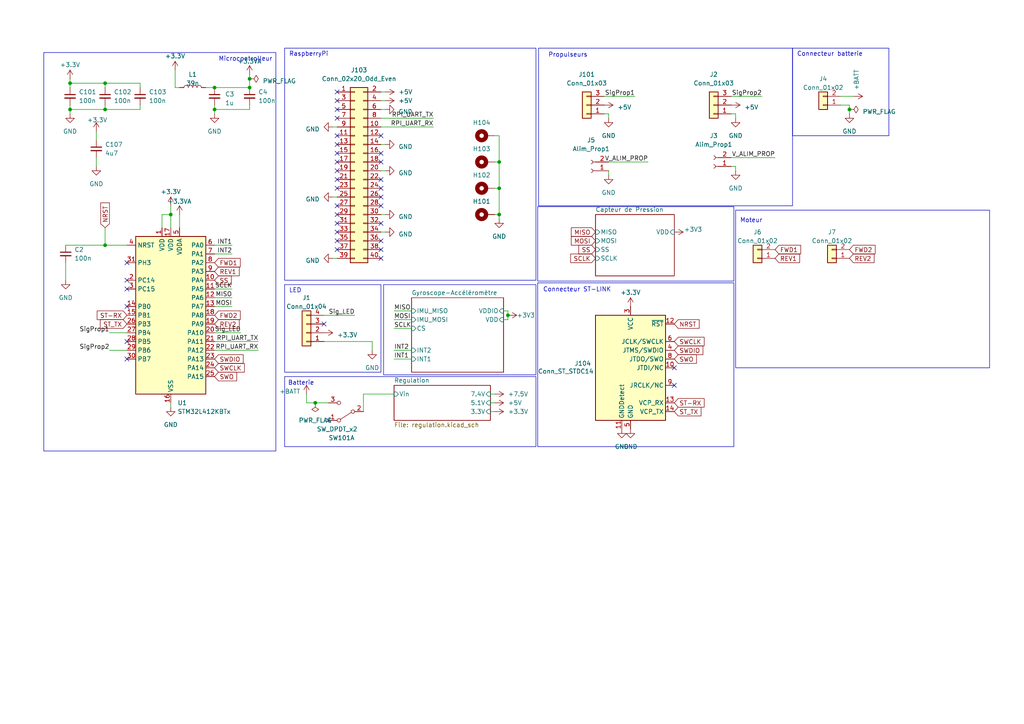
<source format=kicad_sch>
(kicad_sch (version 20230121) (generator eeschema)
  (paper "A4")
  (title_block (title "PCB_SOUS-MARIN"))
  (lib_symbols
    (symbol "Connector:Conn_01x02_Socket" (pin_names (offset 1.016) hide)
      (property "Reference" "J" (at 0 2.54 0))
      (property "Value" "Conn_01x02_Socket" (at 0 -5.08 0))
      (symbol "Conn_01x02_Socket_1_1"
        (arc (start 0 -2.032) (mid -0.5058 -2.54) (end 0 -3.048) (stroke (width 0.1524)))
        (polyline (pts (xy -1.27 -2.54) (xy -0.508 -2.54)) (stroke (width 0.1524)))
        (polyline (pts (xy -1.27 0) (xy -0.508 0)) (stroke (width 0.1524)))
        (arc (start 0 0.508) (mid -0.5058 0) (end 0 -0.508) (stroke (width 0.1524)))
        (pin passive line (at -5.08 0 0) (length 3.81) (name "Pin_1") (number "1"))
        (pin passive line (at -5.08 -2.54 0) (length 3.81) (name "Pin_2") (number "2"))
      )
    )
    (symbol "Connector:Conn_ST_STDC14"
      (property "Reference" "J" (at -8.89 16.51 0))
      (property "Value" "Conn_ST_STDC14" (at 17.78 16.51 0))
      (symbol "Conn_ST_STDC14_0_1"
        (rectangle (start -10.16 15.24) (end 10.16 -15.24) (stroke (width 0.254)) (fill (type background)))
      )
      (symbol "Conn_ST_STDC14_1_1"
        (pin no_connect line (at -10.16 5.08 0) (length 2.54) hide (name "NC") (number "1"))
        (pin output line (at 12.7 0 180) (length 2.54) (name "JTDI/NC") (number "10"))
        (pin passive line (at -2.54 -17.78 90) (length 2.54) (name "GNDDetect") (number "11"))
        (pin open_collector line (at 12.7 12.7 180) (length 2.54) (name "~{RST}") (number "12"))
        (pin output line (at 12.7 -10.16 180) (length 2.54) (name "VCP_RX") (number "13"))
        (pin input line (at 12.7 -12.7 180) (length 2.54) (name "VCP_TX") (number "14"))
        (pin no_connect line (at -10.16 2.54 0) (length 2.54) hide (name "NC") (number "2"))
        (pin power_in line (at 0 17.78 270) (length 2.54) (name "VCC") (number "3"))
        (pin bidirectional line (at 12.7 5.08 180) (length 2.54) (name "JTMS/SWDIO") (number "4"))
        (pin power_in line (at 0 -17.78 90) (length 2.54) (name "GND") (number "5"))
        (pin output line (at 12.7 7.62 180) (length 2.54) (name "JCLK/SWCLK") (number "6"))
        (pin passive line (at 0 -17.78 90) (length 2.54) hide (name "GND") (number "7"))
        (pin input line (at 12.7 2.54 180) (length 2.54) (name "JTDO/SWO") (number "8"))
        (pin input line (at 12.7 -5.08 180) (length 2.54) (name "JRCLK/NC") (number "9"))
      )
    )
    (symbol "Connector_Generic:Conn_01x02" (pin_names (offset 1.016) hide)
      (property "Reference" "J" (at 0 2.54 0))
      (property "Value" "Conn_01x02" (at 0 -5.08 0))
      (symbol "Conn_01x02_1_1"
        (rectangle (start -1.27 -2.413) (end 0 -2.667) (stroke (width 0.1524)))
        (rectangle (start -1.27 0.127) (end 0 -0.127) (stroke (width 0.1524)))
        (rectangle (start -1.27 1.27) (end 1.27 -3.81) (stroke (width 0.254)) (fill (type background)))
        (pin passive line (at -5.08 0 0) (length 3.81) (name "Pin_1") (number "1"))
        (pin passive line (at -5.08 -2.54 0) (length 3.81) (name "Pin_2") (number "2"))
      )
    )
    (symbol "Connector_Generic:Conn_01x03" (pin_names (offset 1.016) hide)
      (property "Reference" "J" (at 0 5.08 0))
      (property "Value" "Conn_01x03" (at 0 -5.08 0))
      (symbol "Conn_01x03_1_1"
        (rectangle (start -1.27 -2.413) (end 0 -2.667) (stroke (width 0.1524)))
        (rectangle (start -1.27 0.127) (end 0 -0.127) (stroke (width 0.1524)))
        (rectangle (start -1.27 2.667) (end 0 2.413) (stroke (width 0.1524)))
        (rectangle (start -1.27 3.81) (end 1.27 -3.81) (stroke (width 0.254)) (fill (type background)))
        (pin passive line (at -5.08 2.54 0) (length 3.81) (name "Pin_1") (number "1"))
        (pin passive line (at -5.08 0 0) (length 3.81) (name "Pin_2") (number "2"))
        (pin passive line (at -5.08 -2.54 0) (length 3.81) (name "Pin_3") (number "3"))
      )
    )
    (symbol "Connector_Generic:Conn_01x04" (pin_names (offset 1.016) hide)
      (property "Reference" "J" (at 0 5.08 0))
      (property "Value" "Conn_01x04" (at 0 -7.62 0))
      (symbol "Conn_01x04_1_1"
        (rectangle (start -1.27 -4.953) (end 0 -5.207) (stroke (width 0.1524)))
        (rectangle (start -1.27 -2.413) (end 0 -2.667) (stroke (width 0.1524)))
        (rectangle (start -1.27 0.127) (end 0 -0.127) (stroke (width 0.1524)))
        (rectangle (start -1.27 2.667) (end 0 2.413) (stroke (width 0.1524)))
        (rectangle (start -1.27 3.81) (end 1.27 -6.35) (stroke (width 0.254)) (fill (type background)))
        (pin passive line (at -5.08 2.54 0) (length 3.81) (name "Pin_1") (number "1"))
        (pin passive line (at -5.08 0 0) (length 3.81) (name "Pin_2") (number "2"))
        (pin passive line (at -5.08 -2.54 0) (length 3.81) (name "Pin_3") (number "3"))
        (pin passive line (at -5.08 -5.08 0) (length 3.81) (name "Pin_4") (number "4"))
      )
    )
    (symbol "Connector_Generic:Conn_02x20_Odd_Even" (pin_names (offset 1.016) hide)
      (property "Reference" "J" (at 1.27 25.4 0))
      (property "Value" "Conn_02x20_Odd_Even" (at 1.27 -27.94 0))
      (symbol "Conn_02x20_Odd_Even_1_1"
        (rectangle (start -1.27 -25.273) (end 0 -25.527) (stroke (width 0.1524)))
        (rectangle (start -1.27 -22.733) (end 0 -22.987) (stroke (width 0.1524)))
        (rectangle (start -1.27 -20.193) (end 0 -20.447) (stroke (width 0.1524)))
        (rectangle (start -1.27 -17.653) (end 0 -17.907) (stroke (width 0.1524)))
        (rectangle (start -1.27 -15.113) (end 0 -15.367) (stroke (width 0.1524)))
        (rectangle (start -1.27 -12.573) (end 0 -12.827) (stroke (width 0.1524)))
        (rectangle (start -1.27 -10.033) (end 0 -10.287) (stroke (width 0.1524)))
        (rectangle (start -1.27 -7.493) (end 0 -7.747) (stroke (width 0.1524)))
        (rectangle (start -1.27 -4.953) (end 0 -5.207) (stroke (width 0.1524)))
        (rectangle (start -1.27 -2.413) (end 0 -2.667) (stroke (width 0.1524)))
        (rectangle (start -1.27 0.127) (end 0 -0.127) (stroke (width 0.1524)))
        (rectangle (start -1.27 2.667) (end 0 2.413) (stroke (width 0.1524)))
        (rectangle (start -1.27 5.207) (end 0 4.953) (stroke (width 0.1524)))
        (rectangle (start -1.27 7.747) (end 0 7.493) (stroke (width 0.1524)))
        (rectangle (start -1.27 10.287) (end 0 10.033) (stroke (width 0.1524)))
        (rectangle (start -1.27 12.827) (end 0 12.573) (stroke (width 0.1524)))
        (rectangle (start -1.27 15.367) (end 0 15.113) (stroke (width 0.1524)))
        (rectangle (start -1.27 17.907) (end 0 17.653) (stroke (width 0.1524)))
        (rectangle (start -1.27 20.447) (end 0 20.193) (stroke (width 0.1524)))
        (rectangle (start -1.27 22.987) (end 0 22.733) (stroke (width 0.1524)))
        (rectangle (start -1.27 24.13) (end 3.81 -26.67) (stroke (width 0.254)) (fill (type background)))
        (rectangle (start 3.81 -25.273) (end 2.54 -25.527) (stroke (width 0.1524)))
        (rectangle (start 3.81 -22.733) (end 2.54 -22.987) (stroke (width 0.1524)))
        (rectangle (start 3.81 -20.193) (end 2.54 -20.447) (stroke (width 0.1524)))
        (rectangle (start 3.81 -17.653) (end 2.54 -17.907) (stroke (width 0.1524)))
        (rectangle (start 3.81 -15.113) (end 2.54 -15.367) (stroke (width 0.1524)))
        (rectangle (start 3.81 -12.573) (end 2.54 -12.827) (stroke (width 0.1524)))
        (rectangle (start 3.81 -10.033) (end 2.54 -10.287) (stroke (width 0.1524)))
        (rectangle (start 3.81 -7.493) (end 2.54 -7.747) (stroke (width 0.1524)))
        (rectangle (start 3.81 -4.953) (end 2.54 -5.207) (stroke (width 0.1524)))
        (rectangle (start 3.81 -2.413) (end 2.54 -2.667) (stroke (width 0.1524)))
        (rectangle (start 3.81 0.127) (end 2.54 -0.127) (stroke (width 0.1524)))
        (rectangle (start 3.81 2.667) (end 2.54 2.413) (stroke (width 0.1524)))
        (rectangle (start 3.81 5.207) (end 2.54 4.953) (stroke (width 0.1524)))
        (rectangle (start 3.81 7.747) (end 2.54 7.493) (stroke (width 0.1524)))
        (rectangle (start 3.81 10.287) (end 2.54 10.033) (stroke (width 0.1524)))
        (rectangle (start 3.81 12.827) (end 2.54 12.573) (stroke (width 0.1524)))
        (rectangle (start 3.81 15.367) (end 2.54 15.113) (stroke (width 0.1524)))
        (rectangle (start 3.81 17.907) (end 2.54 17.653) (stroke (width 0.1524)))
        (rectangle (start 3.81 20.447) (end 2.54 20.193) (stroke (width 0.1524)))
        (rectangle (start 3.81 22.987) (end 2.54 22.733) (stroke (width 0.1524)))
        (pin passive line (at -5.08 22.86 0) (length 3.81) (name "Pin_1") (number "1"))
        (pin passive line (at 7.62 12.7 180) (length 3.81) (name "Pin_10") (number "10"))
        (pin passive line (at -5.08 10.16 0) (length 3.81) (name "Pin_11") (number "11"))
        (pin passive line (at 7.62 10.16 180) (length 3.81) (name "Pin_12") (number "12"))
        (pin passive line (at -5.08 7.62 0) (length 3.81) (name "Pin_13") (number "13"))
        (pin passive line (at 7.62 7.62 180) (length 3.81) (name "Pin_14") (number "14"))
        (pin passive line (at -5.08 5.08 0) (length 3.81) (name "Pin_15") (number "15"))
        (pin passive line (at 7.62 5.08 180) (length 3.81) (name "Pin_16") (number "16"))
        (pin passive line (at -5.08 2.54 0) (length 3.81) (name "Pin_17") (number "17"))
        (pin passive line (at 7.62 2.54 180) (length 3.81) (name "Pin_18") (number "18"))
        (pin passive line (at -5.08 0 0) (length 3.81) (name "Pin_19") (number "19"))
        (pin passive line (at 7.62 22.86 180) (length 3.81) (name "Pin_2") (number "2"))
        (pin passive line (at 7.62 0 180) (length 3.81) (name "Pin_20") (number "20"))
        (pin passive line (at -5.08 -2.54 0) (length 3.81) (name "Pin_21") (number "21"))
        (pin passive line (at 7.62 -2.54 180) (length 3.81) (name "Pin_22") (number "22"))
        (pin passive line (at -5.08 -5.08 0) (length 3.81) (name "Pin_23") (number "23"))
        (pin passive line (at 7.62 -5.08 180) (length 3.81) (name "Pin_24") (number "24"))
        (pin passive line (at -5.08 -7.62 0) (length 3.81) (name "Pin_25") (number "25"))
        (pin passive line (at 7.62 -7.62 180) (length 3.81) (name "Pin_26") (number "26"))
        (pin passive line (at -5.08 -10.16 0) (length 3.81) (name "Pin_27") (number "27"))
        (pin passive line (at 7.62 -10.16 180) (length 3.81) (name "Pin_28") (number "28"))
        (pin passive line (at -5.08 -12.7 0) (length 3.81) (name "Pin_29") (number "29"))
        (pin passive line (at -5.08 20.32 0) (length 3.81) (name "Pin_3") (number "3"))
        (pin passive line (at 7.62 -12.7 180) (length 3.81) (name "Pin_30") (number "30"))
        (pin passive line (at -5.08 -15.24 0) (length 3.81) (name "Pin_31") (number "31"))
        (pin passive line (at 7.62 -15.24 180) (length 3.81) (name "Pin_32") (number "32"))
        (pin passive line (at -5.08 -17.78 0) (length 3.81) (name "Pin_33") (number "33"))
        (pin passive line (at 7.62 -17.78 180) (length 3.81) (name "Pin_34") (number "34"))
        (pin passive line (at -5.08 -20.32 0) (length 3.81) (name "Pin_35") (number "35"))
        (pin passive line (at 7.62 -20.32 180) (length 3.81) (name "Pin_36") (number "36"))
        (pin passive line (at -5.08 -22.86 0) (length 3.81) (name "Pin_37") (number "37"))
        (pin passive line (at 7.62 -22.86 180) (length 3.81) (name "Pin_38") (number "38"))
        (pin passive line (at -5.08 -25.4 0) (length 3.81) (name "Pin_39") (number "39"))
        (pin passive line (at 7.62 20.32 180) (length 3.81) (name "Pin_4") (number "4"))
        (pin passive line (at 7.62 -25.4 180) (length 3.81) (name "Pin_40") (number "40"))
        (pin passive line (at -5.08 17.78 0) (length 3.81) (name "Pin_5") (number "5"))
        (pin passive line (at 7.62 17.78 180) (length 3.81) (name "Pin_6") (number "6"))
        (pin passive line (at -5.08 15.24 0) (length 3.81) (name "Pin_7") (number "7"))
        (pin passive line (at 7.62 15.24 180) (length 3.81) (name "Pin_8") (number "8"))
        (pin passive line (at -5.08 12.7 0) (length 3.81) (name "Pin_9") (number "9"))
      )
    )
    (symbol "Device:C_Small" (pin_numbers hide) (pin_names (offset 0.254) hide)
      (property "Reference" "C" (at 0.254 1.778 0))
      (property "Value" "C_Small" (at 0.254 -2.032 0))
      (symbol "C_Small_0_1"
        (polyline (pts (xy -1.524 -0.508) (xy 1.524 -0.508)) (stroke (width 0.3302)))
        (polyline (pts (xy -1.524 0.508) (xy 1.524 0.508)) (stroke (width 0.3048)))
      )
      (symbol "C_Small_1_1"
        (pin passive line (at 0 2.54 270) (length 2.032) (name "~") (number "1"))
        (pin passive line (at 0 -2.54 90) (length 2.032) (name "~") (number "2"))
      )
    )
    (symbol "Device:L" (pin_numbers hide) (pin_names (offset 1.016) hide)
      (property "Reference" "L" (at -1.27 0 90))
      (property "Value" "L" (at 1.905 0 90))
      (symbol "L_0_1"
        (arc (start 0 -2.54) (mid 0.6323 -1.905) (end 0 -1.27))
        (arc (start 0 -1.27) (mid 0.6323 -0.635) (end 0 0))
        (arc (start 0 0) (mid 0.6323 0.635) (end 0 1.27))
        (arc (start 0 1.27) (mid 0.6323 1.905) (end 0 2.54))
      )
      (symbol "L_1_1"
        (pin passive line (at 0 3.81 270) (length 1.27) (name "1") (number "1"))
        (pin passive line (at 0 -3.81 90) (length 1.27) (name "2") (number "2"))
      )
    )
    (symbol "MCU_ST_STM32L4:STM32L412KBTx"
      (property "Reference" "U" (at -10.16 24.13 0))
      (property "Value" "STM32L412KBTx" (at 5.08 24.13 0))
      (symbol "STM32L412KBTx_0_1"
        (rectangle (start -10.16 -22.86) (end 10.16 22.86) (stroke (width 0.254)) (fill (type background)))
      )
      (symbol "STM32L412KBTx_1_1"
        (pin power_in line (at -2.54 25.4 270) (length 2.54) (name "VDD") (number "1"))
        (pin bidirectional line (at 12.7 10.16 180) (length 2.54) (name "PA4") (number "10"))
        (pin bidirectional line (at 12.7 7.62 180) (length 2.54) (name "PA5") (number "11"))
        (pin bidirectional line (at 12.7 5.08 180) (length 2.54) (name "PA6") (number "12"))
        (pin bidirectional line (at 12.7 2.54 180) (length 2.54) (name "PA7") (number "13"))
        (pin bidirectional line (at -12.7 2.54 0) (length 2.54) (name "PB0") (number "14"))
        (pin bidirectional line (at -12.7 0 0) (length 2.54) (name "PB1") (number "15"))
        (pin power_in line (at 0 -25.4 90) (length 2.54) (name "VSS") (number "16"))
        (pin power_in line (at 0 25.4 270) (length 2.54) (name "VDD") (number "17"))
        (pin bidirectional line (at 12.7 0 180) (length 2.54) (name "PA8") (number "18"))
        (pin bidirectional line (at 12.7 -2.54 180) (length 2.54) (name "PA9") (number "19"))
        (pin bidirectional line (at -12.7 10.16 0) (length 2.54) (name "PC14") (number "2"))
        (pin bidirectional line (at 12.7 -5.08 180) (length 2.54) (name "PA10") (number "20"))
        (pin bidirectional line (at 12.7 -7.62 180) (length 2.54) (name "PA11") (number "21"))
        (pin bidirectional line (at 12.7 -10.16 180) (length 2.54) (name "PA12") (number "22"))
        (pin bidirectional line (at 12.7 -12.7 180) (length 2.54) (name "PA13") (number "23"))
        (pin bidirectional line (at 12.7 -15.24 180) (length 2.54) (name "PA14") (number "24"))
        (pin bidirectional line (at 12.7 -17.78 180) (length 2.54) (name "PA15") (number "25"))
        (pin bidirectional line (at -12.7 -2.54 0) (length 2.54) (name "PB3") (number "26"))
        (pin bidirectional line (at -12.7 -5.08 0) (length 2.54) (name "PB4") (number "27"))
        (pin bidirectional line (at -12.7 -7.62 0) (length 2.54) (name "PB5") (number "28"))
        (pin bidirectional line (at -12.7 -10.16 0) (length 2.54) (name "PB6") (number "29"))
        (pin bidirectional line (at -12.7 7.62 0) (length 2.54) (name "PC15") (number "3"))
        (pin bidirectional line (at -12.7 -12.7 0) (length 2.54) (name "PB7") (number "30"))
        (pin bidirectional line (at -12.7 15.24 0) (length 2.54) (name "PH3") (number "31"))
        (pin passive line (at 0 -25.4 90) (length 2.54) hide (name "VSS") (number "32"))
        (pin input line (at -12.7 20.32 0) (length 2.54) (name "NRST") (number "4"))
        (pin power_in line (at 2.54 25.4 270) (length 2.54) (name "VDDA") (number "5"))
        (pin bidirectional line (at 12.7 20.32 180) (length 2.54) (name "PA0") (number "6"))
        (pin bidirectional line (at 12.7 17.78 180) (length 2.54) (name "PA1") (number "7"))
        (pin bidirectional line (at 12.7 15.24 180) (length 2.54) (name "PA2") (number "8"))
        (pin bidirectional line (at 12.7 12.7 180) (length 2.54) (name "PA3") (number "9"))
      )
    )
    (symbol "Mechanical:MountingHole_Pad" (pin_numbers hide) (pin_names (offset 1.016) hide)
      (property "Reference" "H" (at 0 6.35 0))
      (property "Value" "MountingHole_Pad" (at 0 4.445 0))
      (symbol "MountingHole_Pad_0_1"
        (circle (center 0 1.27) (radius 1.27) (stroke (width 1.27)))
      )
      (symbol "MountingHole_Pad_1_1"
        (pin input line (at 0 -2.54 90) (length 2.54) (name "1") (number "1"))
      )
    )
    (symbol "Switch:SW_DPDT_x2" (pin_names (offset 0) hide)
      (property "Reference" "SW" (at 0 4.318 0))
      (property "Value" "SW_DPDT_x2" (at 0 -5.08 0))
      (symbol "SW_DPDT_x2_0_0"
        (circle (center -2.032 0) (radius 0.508))
        (circle (center 2.032 -2.54) (radius 0.508))
      )
      (symbol "SW_DPDT_x2_0_1"
        (polyline (pts (xy -1.524 0.254) (xy 1.651 2.286)))
        (circle (center 2.032 2.54) (radius 0.508))
      )
      (symbol "SW_DPDT_x2_1_1"
        (pin passive line (at 5.08 2.54 180) (length 2.54) (name "A") (number "1"))
        (pin passive line (at -5.08 0 0) (length 2.54) (name "B") (number "2"))
        (pin passive line (at 5.08 -2.54 180) (length 2.54) (name "C") (number "3"))
      )
      (symbol "SW_DPDT_x2_2_1"
        (pin passive line (at 5.08 2.54 180) (length 2.54) (name "A") (number "4"))
        (pin passive line (at -5.08 0 0) (length 2.54) (name "B") (number "5"))
        (pin passive line (at 5.08 -2.54 180) (length 2.54) (name "C") (number "6"))
      )
    )
    (symbol "power:+3.3V" (power) (pin_names (offset 0))
      (property "Value" "+3.3V" (at 0 3.556 0))
      (symbol "+3.3V_0_1"
        (polyline (pts (xy -0.762 1.27) (xy 0 2.54)))
        (polyline (pts (xy 0 0) (xy 0 2.54)))
        (polyline (pts (xy 0 2.54) (xy 0.762 1.27)))
      )
      (symbol "+3.3V_1_1"
        (pin power_in line (at 0 0 90) (length 0) hide (name "+3.3V") (number "1"))
      )
    )
    (symbol "power:+3.3VA" (power) (pin_names (offset 0))
      (property "Value" "+3.3VA" (at 0 3.556 0))
      (symbol "+3.3VA_0_1"
        (polyline (pts (xy -0.762 1.27) (xy 0 2.54)))
        (polyline (pts (xy 0 0) (xy 0 2.54)))
        (polyline (pts (xy 0 2.54) (xy 0.762 1.27)))
      )
      (symbol "+3.3VA_1_1"
        (pin power_in line (at 0 0 90) (length 0) hide (name "+3.3VA") (number "1"))
      )
    )
    (symbol "power:+3V3" (power) (pin_names (offset 0))
      (property "Value" "+3V3" (at 0 3.556 0))
      (symbol "+3V3_0_1"
        (polyline (pts (xy -0.762 1.27) (xy 0 2.54)))
        (polyline (pts (xy 0 0) (xy 0 2.54)))
        (polyline (pts (xy 0 2.54) (xy 0.762 1.27)))
      )
      (symbol "+3V3_1_1"
        (pin power_in line (at 0 0 90) (length 0) hide (name "+3V3") (number "1"))
      )
    )
    (symbol "power:+5V" (power) (pin_names (offset 0))
      (property "Value" "+5V" (at 0 3.556 0))
      (symbol "+5V_0_1"
        (polyline (pts (xy -0.762 1.27) (xy 0 2.54)))
        (polyline (pts (xy 0 0) (xy 0 2.54)))
        (polyline (pts (xy 0 2.54) (xy 0.762 1.27)))
      )
      (symbol "+5V_1_1"
        (pin power_in line (at 0 0 90) (length 0) hide (name "+5V") (number "1"))
      )
    )
    (symbol "power:+7.5V" (power) (pin_names (offset 0))
      (property "Value" "+7.5V" (at 0 3.556 0))
      (symbol "+7.5V_0_1"
        (polyline (pts (xy -0.762 1.27) (xy 0 2.54)))
        (polyline (pts (xy 0 0) (xy 0 2.54)))
        (polyline (pts (xy 0 2.54) (xy 0.762 1.27)))
      )
      (symbol "+7.5V_1_1"
        (pin power_in line (at 0 0 90) (length 0) hide (name "+7.5V") (number "1"))
      )
    )
    (symbol "power:+BATT" (power) (pin_names (offset 0))
      (property "Value" "+BATT" (at 0 3.556 0))
      (symbol "+BATT_0_1"
        (polyline (pts (xy -0.762 1.27) (xy 0 2.54)))
        (polyline (pts (xy 0 0) (xy 0 2.54)))
        (polyline (pts (xy 0 2.54) (xy 0.762 1.27)))
      )
      (symbol "+BATT_1_1"
        (pin power_in line (at 0 0 90) (length 0) hide (name "+BATT") (number "1"))
      )
    )
    (symbol "power:GND" (power) (pin_names (offset 0))
      (property "Value" "GND" (at 0 -3.81 0))
      (symbol "GND_0_1"
        (polyline (pts (xy 0 0) (xy 0 -1.27) (xy 1.27 -1.27) (xy 0 -2.54) (xy -1.27 -1.27) (xy 0 -1.27)))
      )
      (symbol "GND_1_1"
        (pin power_in line (at 0 0 270) (length 0) hide (name "GND") (number "1"))
      )
    )
    (symbol "power:PWR_FLAG" (power) (pin_numbers hide) (pin_names (offset 0) hide)
      (property "Value" "PWR_FLAG" (at 0 3.81 0))
      (symbol "PWR_FLAG_0_0"
        (pin power_out line (at 0 0 90) (length 0) (name "pwr") (number "1"))
      )
      (symbol "PWR_FLAG_0_1"
        (polyline (pts (xy 0 0) (xy 0 1.27) (xy -1.016 1.905) (xy 0 2.54) (xy 1.016 1.905) (xy 0 1.27)))
      )
    )
  )
  (junction (at 147.32 91.44))
  (junction (at 144.78 54.61))
  (junction (at 30.48 31.75))
  (junction (at 20.32 31.75))
  (junction (at 144.78 62.23))
  (junction (at 91.44 116.84))
  (junction (at 49.53 62.23))
  (junction (at 144.78 46.99))
  (junction (at 246.38 31.75))
  (junction (at 72.39 22.86))
  (junction (at 72.39 25.4))
  (junction (at 20.32 24.13))
  (junction (at 62.23 31.75))
  (junction (at 30.48 71.12))
  (junction (at 62.23 25.4))
  (junction (at 30.48 24.13))
  (no_connect (at 97.79 52.07))
  (no_connect (at 97.79 72.39))
  (no_connect (at 110.49 64.77))
  (no_connect (at 97.79 26.67))
  (no_connect (at 97.79 49.53))
  (no_connect (at 36.83 81.28))
  (no_connect (at 110.49 74.93))
  (no_connect (at 195.58 106.68))
  (no_connect (at 110.49 72.39))
  (no_connect (at 97.79 39.37))
  (no_connect (at 110.49 52.07))
  (no_connect (at 97.79 29.21))
  (no_connect (at 36.83 88.9))
  (no_connect (at 97.79 31.75))
  (no_connect (at 97.79 67.31))
  (no_connect (at 110.49 46.99))
  (no_connect (at 36.83 99.06))
  (no_connect (at 36.83 104.14))
  (no_connect (at 110.49 44.45))
  (no_connect (at 110.49 39.37))
  (no_connect (at 97.79 59.69))
  (no_connect (at 110.49 59.69))
  (no_connect (at 36.83 83.82))
  (no_connect (at 97.79 41.91))
  (no_connect (at 110.49 57.15))
  (no_connect (at 97.79 46.99))
  (no_connect (at 97.79 64.77))
  (no_connect (at 110.49 54.61))
  (no_connect (at 95.25 121.92))
  (no_connect (at 110.49 69.85))
  (no_connect (at 97.79 44.45))
  (no_connect (at 97.79 54.61))
  (no_connect (at 97.79 34.29))
  (no_connect (at 195.58 111.76))
  (no_connect (at 97.79 69.85))
  (no_connect (at 97.79 62.23))
  (no_connect (at 93.98 93.98))
  (no_connect (at 36.83 76.2))
  (wire (pts (xy 50.8 25.4) (xy 52.07 25.4)))
  (wire (pts (xy 110.49 62.23) (xy 111.76 62.23)))
  (wire (pts (xy 62.23 83.82) (xy 67.31 83.82)))
  (wire (pts (xy 110.49 49.53) (xy 111.76 49.53)))
  (wire (pts (xy 62.23 30.48) (xy 62.23 31.75)))
  (wire (pts (xy 62.23 31.75) (xy 62.23 33.02)))
  (wire (pts (xy 62.23 96.52) (xy 69.85 96.52)))
  (wire (pts (xy 143.51 62.23) (xy 144.78 62.23)))
  (wire (pts (xy 110.49 31.75) (xy 111.76 31.75)))
  (wire (pts (xy 20.32 31.75) (xy 20.32 33.02)))
  (wire (pts (xy 110.49 29.21) (xy 111.76 29.21)))
  (wire (pts (xy 212.09 45.72) (xy 224.79 45.72)))
  (wire (pts (xy 105.41 114.3) (xy 114.3 114.3)))
  (wire (pts (xy 72.39 30.48) (xy 72.39 31.75)))
  (wire (pts (xy 20.32 30.48) (xy 20.32 31.75)))
  (wire (pts (xy 27.94 45.72) (xy 27.94 48.26)))
  (wire (pts (xy 59.69 25.4) (xy 62.23 25.4)))
  (wire (pts (xy 147.32 92.71) (xy 146.05 92.71)))
  (wire (pts (xy 212.09 27.94) (xy 220.98 27.94)))
  (wire (pts (xy 30.48 71.12) (xy 36.83 71.12)))
  (wire (pts (xy 93.98 91.44) (xy 102.87 91.44)))
  (wire (pts (xy 30.48 24.13) (xy 40.64 24.13)))
  (wire (pts (xy 110.49 34.29) (xy 125.73 34.29)))
  (wire (pts (xy 212.09 33.02) (xy 213.36 33.02)))
  (wire (pts (xy 175.26 27.94) (xy 184.15 27.94)))
  (wire (pts (xy 110.49 26.67) (xy 111.76 26.67)))
  (wire (pts (xy 93.98 99.06) (xy 107.95 99.06)))
  (wire (pts (xy 107.95 99.06) (xy 107.95 101.6)))
  (wire (pts (xy 176.53 46.99) (xy 187.96 46.99)))
  (wire (pts (xy 144.78 39.37) (xy 143.51 39.37)))
  (wire (pts (xy 114.3 90.17) (xy 119.38 90.17)))
  (wire (pts (xy 30.48 30.48) (xy 30.48 31.75)))
  (wire (pts (xy 213.36 34.29) (xy 213.36 33.02)))
  (wire (pts (xy 30.48 31.75) (xy 40.64 31.75)))
  (wire (pts (xy 146.05 90.17) (xy 147.32 90.17)))
  (wire (pts (xy 105.41 119.38) (xy 105.41 114.3)))
  (wire (pts (xy 62.23 73.66) (xy 67.31 73.66)))
  (wire (pts (xy 147.32 91.44) (xy 147.32 92.71)))
  (wire (pts (xy 62.23 86.36) (xy 67.31 86.36)))
  (wire (pts (xy 19.05 81.28) (xy 19.05 76.2)))
  (wire (pts (xy 20.32 22.86) (xy 20.32 24.13)))
  (wire (pts (xy 143.51 54.61) (xy 144.78 54.61)))
  (wire (pts (xy 110.49 41.91) (xy 111.76 41.91)))
  (wire (pts (xy 97.79 74.93) (xy 96.52 74.93)))
  (wire (pts (xy 27.94 38.1) (xy 27.94 40.64)))
  (wire (pts (xy 143.51 46.99) (xy 144.78 46.99)))
  (wire (pts (xy 20.32 31.75) (xy 30.48 31.75)))
  (wire (pts (xy 62.23 101.6) (xy 74.93 101.6)))
  (wire (pts (xy 176.53 49.53) (xy 176.53 50.8)))
  (wire (pts (xy 31.75 96.52) (xy 36.83 96.52)))
  (wire (pts (xy 97.79 57.15) (xy 96.52 57.15)))
  (wire (pts (xy 246.38 30.48) (xy 246.38 31.75)))
  (wire (pts (xy 72.39 22.86) (xy 72.39 25.4)))
  (wire (pts (xy 74.93 99.06) (xy 62.23 99.06)))
  (wire (pts (xy 110.49 67.31) (xy 111.76 67.31)))
  (wire (pts (xy 147.32 90.17) (xy 147.32 91.44)))
  (wire (pts (xy 62.23 25.4) (xy 72.39 25.4)))
  (wire (pts (xy 142.24 114.3) (xy 143.51 114.3)))
  (wire (pts (xy 20.32 24.13) (xy 30.48 24.13)))
  (wire (pts (xy 50.8 20.32) (xy 50.8 25.4)))
  (wire (pts (xy 97.79 36.83) (xy 96.52 36.83)))
  (wire (pts (xy 114.3 92.71) (xy 119.38 92.71)))
  (wire (pts (xy 144.78 54.61) (xy 144.78 46.99)))
  (wire (pts (xy 30.48 25.4) (xy 30.48 24.13)))
  (wire (pts (xy 62.23 88.9) (xy 67.31 88.9)))
  (wire (pts (xy 88.9 116.84) (xy 91.44 116.84)))
  (wire (pts (xy 49.53 59.69) (xy 49.53 62.23)))
  (wire (pts (xy 175.26 33.02) (xy 176.53 33.02)))
  (wire (pts (xy 40.64 24.13) (xy 40.64 25.4)))
  (wire (pts (xy 144.78 63.5) (xy 144.78 62.23)))
  (wire (pts (xy 31.75 101.6) (xy 36.83 101.6)))
  (wire (pts (xy 212.09 48.26) (xy 213.36 48.26)))
  (wire (pts (xy 144.78 62.23) (xy 144.78 54.61)))
  (wire (pts (xy 114.3 101.6) (xy 119.38 101.6)))
  (wire (pts (xy 19.05 71.12) (xy 30.48 71.12)))
  (wire (pts (xy 49.53 62.23) (xy 49.53 66.04)))
  (wire (pts (xy 142.24 119.38) (xy 143.51 119.38)))
  (wire (pts (xy 40.64 30.48) (xy 40.64 31.75)))
  (wire (pts (xy 110.49 36.83) (xy 125.73 36.83)))
  (wire (pts (xy 176.53 34.29) (xy 176.53 33.02)))
  (wire (pts (xy 46.99 62.23) (xy 49.53 62.23)))
  (wire (pts (xy 62.23 71.12) (xy 67.31 71.12)))
  (wire (pts (xy 246.38 31.75) (xy 246.38 33.02)))
  (wire (pts (xy 62.23 31.75) (xy 72.39 31.75)))
  (wire (pts (xy 114.3 95.25) (xy 119.38 95.25)))
  (wire (pts (xy 247.65 27.94) (xy 243.84 27.94)))
  (wire (pts (xy 46.99 66.04) (xy 46.99 62.23)))
  (wire (pts (xy 213.36 48.26) (xy 213.36 49.53)))
  (wire (pts (xy 72.39 21.59) (xy 72.39 22.86)))
  (wire (pts (xy 88.9 114.3) (xy 88.9 116.84)))
  (wire (pts (xy 243.84 30.48) (xy 246.38 30.48)))
  (wire (pts (xy 20.32 24.13) (xy 20.32 25.4)))
  (wire (pts (xy 91.44 116.84) (xy 95.25 116.84)))
  (wire (pts (xy 30.48 66.04) (xy 30.48 71.12)))
  (wire (pts (xy 114.3 104.14) (xy 119.38 104.14)))
  (wire (pts (xy 144.78 46.99) (xy 144.78 39.37)))
  (wire (pts (xy 142.24 116.84) (xy 143.51 116.84)))
  (wire (pts (xy 49.53 116.84) (xy 49.53 118.11)))
  (wire (pts (xy 52.07 62.23) (xy 52.07 66.04)))
  (rectangle (start 82.55 82.55) (end 110.49 107.95))
  (rectangle (start 156.21 13.97) (end 229.87 59.69))
  (rectangle (start 155.956 82.042) (end 212.852 129.54))
  (rectangle (start 82.55 13.97) (end 155.448 81.28))
  (rectangle (start 229.87 13.97) (end 257.81 39.37))
  (rectangle (start 213.36 60.96) (end 287.02 106.68))
  (rectangle (start 111.252 82.55) (end 155.448 108.712))
  (rectangle (start 155.956 59.944) (end 212.852 81.534))
  (text_box "Microcontrolleur\n" (at 12.7 15.24 0) (size 67.31 115.57) (effects (font (size 1.27 1.27)) (justify right top)))
  (text_box "Batterie\n" (at 82.55 109.22 0) (size 72.898 20.32) (effects (font (size 1.27 1.27)) (justify left top)))
  (text "Moteur" (at 214.63 64.77 0) (effects (font (size 1.27 1.27)) (justify left bottom)))
  (text "Connecteur batterie\n" (at 231.14 16.51 0) (effects (font (size 1.27 1.27)) (justify left bottom)))
  (text "LED\n" (at 83.82 85.09 0) (effects (font (size 1.27 1.27)) (justify left bottom)))
  (text "Connecteur ST-LINK\n\n" (at 157.48 86.868 0) (effects (font (size 1.27 1.27)) (justify left bottom)))
  (text "RaspberryPi\n" (at 83.82 16.51 0) (effects (font (size 1.27 1.27)) (justify left bottom)))
  (text "Propulseurs\n" (at 159.004 16.764 0) (effects (font (size 1.27 1.27)) (justify left bottom)))
  (label "SCLK" (at 67.31 83.82 180))
  (label "V_ALIM_PROP" (at 187.96 46.99 180))
  (label "Sig_LED" (at 102.87 91.44 180))
  (label "INT1" (at 114.3 104.14 0))
  (label "MISO" (at 67.31 86.36 180))
  (label "INT1" (at 67.31 71.12 180))
  (label "RPI_UART_RX" (at 74.93 101.6 180))
  (label "MOSI" (at 67.31 88.9 180))
  (label "INT2" (at 114.3 101.6 0))
  (label "MOSI" (at 114.3 92.71 0))
  (label "INT2" (at 67.31 73.66 180))
  (label "SigProp2" (at 220.98 27.94 180))
  (label "V_ALIM_PROP" (at 224.79 45.72 180))
  (label "SigProp1" (at 31.75 96.52 180))
  (label "SigProp1" (at 184.15 27.94 180))
  (label "RPI_UART_TX" (at 74.93 99.06 180))
  (label "RPI_UART_RX" (at 125.73 36.83 180))
  (label "MISO" (at 114.3 90.17 0))
  (label "RPI_UART_TX" (at 125.73 34.29 180))
  (label "SigProp2" (at 31.75 101.6 180))
  (label "SCLK" (at 114.3 95.25 0))
  (label "Sig_LED" (at 69.85 96.52 180))
  (global_label "FWD2" (shape input) (at 246.38 72.39 0) (property "Intersheetrefs" "${INTERSHEET_REFS}" (effects hide)))
  (global_label "NRST" (shape input) (at 195.58 93.98 0) (property "Intersheetrefs" "${INTERSHEET_REFS}" (effects hide)))
  (global_label "SCLK" (shape input) (at 172.72 74.93 180) (property "Intersheetrefs" "${INTERSHEET_REFS}" (effects hide)))
  (global_label "ST_TX" (shape input) (at 195.58 119.38 0) (property "Intersheetrefs" "${INTERSHEET_REFS}" (effects hide)))
  (global_label "MOSI" (shape input) (at 172.72 69.85 180) (property "Intersheetrefs" "${INTERSHEET_REFS}" (effects hide)))
  (global_label "SWCLK" (shape input) (at 195.58 99.06 0) (property "Intersheetrefs" "${INTERSHEET_REFS}" (effects hide)))
  (global_label "FWD2" (shape input) (at 62.23 91.44 0) (property "Intersheetrefs" "${INTERSHEET_REFS}" (effects hide)))
  (global_label "SWDIO" (shape input) (at 62.23 104.14 0) (property "Intersheetrefs" "${INTERSHEET_REFS}" (effects hide)))
  (global_label "SWO" (shape input) (at 62.23 109.22 0) (property "Intersheetrefs" "${INTERSHEET_REFS}" (effects hide)))
  (global_label "REV2" (shape input) (at 246.38 74.93 0) (property "Intersheetrefs" "${INTERSHEET_REFS}" (effects hide)))
  (global_label "SS" (shape input) (at 172.72 72.39 180) (property "Intersheetrefs" "${INTERSHEET_REFS}" (effects hide)))
  (global_label "MISO" (shape input) (at 172.72 67.31 180) (property "Intersheetrefs" "${INTERSHEET_REFS}" (effects hide)))
  (global_label "REV1" (shape input) (at 224.79 74.93 0) (property "Intersheetrefs" "${INTERSHEET_REFS}" (effects hide)))
  (global_label "ST-RX" (shape input) (at 195.58 116.84 0) (property "Intersheetrefs" "${INTERSHEET_REFS}" (effects hide)))
  (global_label "ST_TX" (shape input) (at 36.83 93.98 180) (property "Intersheetrefs" "${INTERSHEET_REFS}" (effects hide)))
  (global_label "SS" (shape input) (at 62.23 81.28 0) (property "Intersheetrefs" "${INTERSHEET_REFS}" (effects hide)))
  (global_label "NRST" (shape input) (at 30.48 66.04 90) (property "Intersheetrefs" "${INTERSHEET_REFS}" (effects hide)))
  (global_label "SWO" (shape input) (at 195.58 104.14 0) (property "Intersheetrefs" "${INTERSHEET_REFS}" (effects hide)))
  (global_label "REV2" (shape input) (at 62.23 93.98 0) (property "Intersheetrefs" "${INTERSHEET_REFS}" (effects hide)))
  (global_label "SWCLK" (shape input) (at 62.23 106.68 0) (property "Intersheetrefs" "${INTERSHEET_REFS}" (effects hide)))
  (global_label "FWD1" (shape input) (at 224.79 72.39 0) (property "Intersheetrefs" "${INTERSHEET_REFS}" (effects hide)))
  (global_label "FWD1" (shape input) (at 62.23 76.2 0) (property "Intersheetrefs" "${INTERSHEET_REFS}" (effects hide)))
  (global_label "REV1" (shape input) (at 62.23 78.74 0) (property "Intersheetrefs" "${INTERSHEET_REFS}" (effects hide)))
  (global_label "SWDIO" (shape input) (at 195.58 101.6 0) (property "Intersheetrefs" "${INTERSHEET_REFS}" (effects hide)))
  (global_label "ST-RX" (shape input) (at 36.83 91.44 180) (property "Intersheetrefs" "${INTERSHEET_REFS}" (effects hide)))
  (symbol (lib_id "Connector:Conn_ST_STDC14") (at 182.88 106.68 0) (unit 1)
    (property "Reference" "J104" (at 171.45 105.41 0) (effects (justify right)))
    (property "Value" "Conn_ST_STDC14" (at 172.212 107.696 0) (effects (justify right)))
    (property "Footprint" "Connector_PinHeader_1.27mm:PinHeader_2x07_P1.27mm_Vertical" (effects hide))
    (property "Datasheet" "https://www.st.com/content/ccc/resource/technical/document/user_manual/group1/99/49/91/b6/b2/3a/46/e5/DM00526767/files/DM00526767.pdf/jcr:content/translations/en.DM00526767.pdf" (effects hide))
  )
  (symbol (lib_id "power:GND") (at 144.78 63.5 0) (unit 1)
    (property "Reference" "#PWR026" (effects hide))
    (property "Value" "GND" (at 144.78 68.58 0))
  )
  (symbol (lib_id "power:+3.3VA") (at 72.39 21.59 0) (unit 1)
    (property "Reference" "#PWR038" (effects hide))
    (property "Value" "+3.3VA" (at 72.39 17.78 0))
  )
  (symbol (lib_id "Device:C_Small") (at 27.94 43.18 0) (unit 1)
    (property "Reference" "C107" (at 30.48 41.9163 0) (effects (justify left)))
    (property "Value" "4u7" (at 30.48 44.4563 0) (effects (justify left)))
    (property "Footprint" "Capacitor_SMD:C_1206_3216Metric_Pad1.33x1.80mm_HandSolder" (effects hide))
  )
  (symbol (lib_id "power:GND") (at 96.52 74.93 270) (unit 1)
    (property "Reference" "#PWR024" (effects hide))
    (property "Value" "GND" (at 92.71 75.565 90) (effects (justify right)))
  )
  (symbol (lib_id "power:GND") (at 176.53 34.29 0) (unit 1)
    (property "Reference" "#PWR09" (effects hide))
    (property "Value" "GND" (at 176.53 39.37 0))
  )
  (symbol (lib_id "Connector_Generic:Conn_01x02") (at 219.71 74.93 180) (unit 1)
    (property "Reference" "J6" (at 219.71 67.31 0))
    (property "Value" "Conn_01x02" (at 219.71 69.85 0))
    (property "Footprint" "Connector_PinHeader_2.54mm:PinHeader_1x02_P2.54mm_Vertical" (effects hide))
  )
  (symbol (lib_id "power:GND") (at 111.76 31.75 90) (unit 1)
    (property "Reference" "#PWR025" (effects hide))
    (property "Value" "GND" (at 115.57 32.385 90) (effects (justify right)))
  )
  (symbol (lib_id "power:GND") (at 246.38 33.02 0) (unit 1)
    (property "Reference" "#PWR040" (effects hide))
    (property "Value" "GND" (at 246.38 38.1 0))
  )
  (symbol (lib_id "Connector:Conn_01x02_Socket") (at 207.01 48.26 180) (unit 1)
    (property "Reference" "J3" (at 207.01 39.37 0))
    (property "Value" "Alim_Prop1" (at 207.01 41.91 0))
    (property "Footprint" "Connector_Hirose:Hirose_DF13-02P-1.25DSA_1x02_P1.25mm_Vertical" (effects hide))
  )
  (symbol (lib_id "Mechanical:MountingHole_Pad") (at 140.97 54.61 90) (unit 1)
    (property "Reference" "H102" (at 139.7 50.8 90))
    (property "Value" "MountingHole_Pad" (effects hide))
    (property "Footprint" "MountingHole:MountingHole_3.2mm_M3_DIN965_Pad" (effects hide))
  )
  (symbol (lib_id "Device:C_Small") (at 20.32 27.94 0) (unit 1)
    (property "Reference" "C101" (at 22.86 26.6763 0) (effects (justify left)))
    (property "Value" "100n" (at 22.86 29.2163 0) (effects (justify left)))
    (property "Footprint" "Capacitor_SMD:C_1206_3216Metric_Pad1.33x1.80mm_HandSolder" (effects hide))
  )
  (symbol (lib_id "Connector_Generic:Conn_02x20_Odd_Even") (at 102.87 49.53 0) (unit 1)
    (property "Reference" "J103" (at 104.14 20.32 0))
    (property "Value" "Conn_02x20_Odd_Even" (at 104.14 22.86 0))
    (property "Footprint" "Connector_PinSocket_2.54mm:PinSocket_2x20_P2.54mm_Vertical" (effects hide))
  )
  (symbol (lib_id "power:+3.3VA") (at 52.07 62.23 0) (unit 1)
    (property "Reference" "#PWR034" (effects hide))
    (property "Value" "+3.3VA" (at 52.07 58.42 0))
  )
  (symbol (lib_id "power:PWR_FLAG") (at 246.38 31.75 270) (unit 1)
    (property "Reference" "#FLG05" (effects hide))
    (property "Value" "PWR_FLAG" (at 250.19 32.385 90) (effects (justify left)))
  )
  (symbol (lib_id "power:GND") (at 19.05 81.28 0) (unit 1)
    (property "Reference" "#PWR032" (effects hide))
    (property "Value" "GND" (at 19.05 86.36 0))
  )
  (symbol (lib_id "power:GND") (at 96.52 36.83 270) (unit 1)
    (property "Reference" "#PWR022" (effects hide))
    (property "Value" "GND" (at 92.71 37.465 90) (effects (justify right)))
  )
  (symbol (lib_id "power:+7.5V") (at 143.51 114.3 270) (unit 1)
    (property "Reference" "#PWR0119" (effects hide))
    (property "Value" "+7.5V" (at 147.32 114.3 90) (effects (justify left)))
  )
  (symbol (lib_id "power:PWR_FLAG") (at 72.39 22.86 270) (unit 1)
    (property "Reference" "#FLG04" (effects hide))
    (property "Value" "PWR_FLAG" (at 76.2 23.495 90) (effects (justify left)))
  )
  (symbol (lib_id "power:+5V") (at 111.76 26.67 270) (unit 1)
    (property "Reference" "#PWR0114" (effects hide))
    (property "Value" "+5V" (at 115.57 26.67 90) (effects (justify left)))
  )
  (symbol (lib_id "Connector_Generic:Conn_01x03") (at 207.01 30.48 180) (unit 1)
    (property "Reference" "J2" (at 207.01 21.59 0))
    (property "Value" "Conn_01x03" (at 207.01 24.13 0))
    (property "Footprint" "Connector_PinSocket_2.54mm:PinSocket_1x03_P2.54mm_Vertical" (effects hide))
  )
  (symbol (lib_id "power:+3.3V") (at 93.98 96.52 270) (unit 1)
    (property "Reference" "#PWR039" (effects hide))
    (property "Value" "+3.3V" (at 97.79 97.155 90) (effects (justify left)))
  )
  (symbol (lib_id "Mechanical:MountingHole_Pad") (at 140.97 46.99 90) (unit 1)
    (property "Reference" "H103" (at 139.7 43.18 90))
    (property "Value" "MountingHole_Pad" (effects hide))
    (property "Footprint" "MountingHole:MountingHole_3.2mm_M3_DIN965_Pad" (effects hide))
  )
  (symbol (lib_id "power:+3.3V") (at 49.53 59.69 0) (unit 1)
    (property "Reference" "#PWR012" (effects hide))
    (property "Value" "+3.3V" (at 49.53 55.626 0))
  )
  (symbol (lib_id "power:+5V") (at 175.26 30.48 270) (unit 1)
    (property "Reference" "#PWR013" (effects hide))
    (property "Value" "+5V" (at 179.07 31.115 90) (effects (justify left)))
  )
  (symbol (lib_id "power:+3.3V") (at 20.32 22.86 0) (unit 1)
    (property "Reference" "#PWR035" (effects hide))
    (property "Value" "+3.3V" (at 20.32 18.796 0))
  )
  (symbol (lib_id "power:GND") (at 111.76 67.31 90) (unit 1)
    (property "Reference" "#PWR020" (effects hide))
    (property "Value" "GND" (at 115.57 67.945 90) (effects (justify right)))
  )
  (symbol (lib_id "power:GND") (at 176.53 50.8 0) (unit 1)
    (property "Reference" "#PWR010" (effects hide))
    (property "Value" "GND" (at 176.53 55.88 0))
  )
  (symbol (lib_id "Connector_Generic:Conn_01x02") (at 238.76 30.48 180) (unit 1)
    (property "Reference" "J4" (at 238.76 22.86 0))
    (property "Value" "Conn_01x02" (at 238.76 25.4 0))
    (property "Footprint" "Connector_PinHeader_2.54mm:PinHeader_1x02_P2.54mm_Vertical" (effects hide))
  )
  (symbol (lib_id "power:+3V3") (at 147.32 91.44 270) (unit 1)
    (property "Reference" "#PWR015" (effects hide))
    (property "Value" "+3V3" (at 149.86 91.44 90) (effects (justify left)))
  )
  (symbol (lib_id "power:GND") (at 111.76 62.23 90) (unit 1)
    (property "Reference" "#PWR018" (effects hide))
    (property "Value" "GND" (at 115.57 62.865 90) (effects (justify right)))
  )
  (symbol (lib_id "power:GND") (at 111.76 49.53 90) (unit 1)
    (property "Reference" "#PWR019" (effects hide))
    (property "Value" "GND" (at 115.57 50.165 90) (effects (justify right)))
  )
  (symbol (lib_id "Connector_Generic:Conn_01x02") (at 241.3 74.93 180) (unit 1)
    (property "Reference" "J7" (at 241.3 67.31 0))
    (property "Value" "Conn_01x02" (at 241.3 69.85 0))
    (property "Footprint" "Connector_PinHeader_2.54mm:PinHeader_1x02_P2.54mm_Vertical" (effects hide))
  )
  (symbol (lib_id "power:GND") (at 182.88 124.46 0) (unit 1)
    (property "Reference" "#PWR028" (effects hide))
    (property "Value" "GND" (at 182.88 129.54 0))
  )
  (symbol (lib_id "Switch:SW_DPDT_x2") (at 100.33 119.38 180) (unit 1)
    (property "Reference" "SW101" (at 99.06 127 0))
    (property "Value" "SW_DPDT_x2" (at 97.79 124.46 0))
    (property "Footprint" "Button_Switch_SMD:SW_DPDT_CK_JS202011JCQN" (effects hide))
  )
  (symbol (lib_id "power:GND") (at 213.36 34.29 0) (unit 1)
    (property "Reference" "#PWR07" (effects hide))
    (property "Value" "GND" (at 213.36 39.37 0))
  )
  (symbol (lib_id "power:+5V") (at 212.09 30.48 270) (unit 1)
    (property "Reference" "#PWR08" (effects hide))
    (property "Value" "+5V" (at 215.9 31.115 90) (effects (justify left)))
  )
  (symbol (lib_id "power:GND") (at 111.76 41.91 90) (unit 1)
    (property "Reference" "#PWR021" (effects hide))
    (property "Value" "GND" (at 115.57 42.545 90) (effects (justify right)))
  )
  (symbol (lib_id "power:+5V") (at 143.51 116.84 270) (unit 1)
    (property "Reference" "#PWR0117" (effects hide))
    (property "Value" "+5V" (at 147.32 116.84 90) (effects (justify left)))
  )
  (symbol (lib_id "power:GND") (at 27.94 48.26 0) (unit 1)
    (property "Reference" "#PWR0124" (effects hide))
    (property "Value" "GND" (at 27.94 53.34 0))
  )
  (symbol (lib_id "Mechanical:MountingHole_Pad") (at 140.97 62.23 90) (unit 1)
    (property "Reference" "H101" (at 139.7 58.42 90))
    (property "Value" "MountingHole_Pad" (effects hide))
    (property "Footprint" "MountingHole:MountingHole_3.2mm_M3_DIN965_Pad" (effects hide))
  )
  (symbol (lib_id "Device:C_Small") (at 72.39 27.94 0) (unit 1)
    (property "Reference" "C4" (at 74.93 26.6763 0) (effects (justify left)))
    (property "Value" "100n" (at 74.93 29.2163 0) (effects (justify left)))
    (property "Footprint" "Capacitor_SMD:C_1206_3216Metric_Pad1.33x1.80mm_HandSolder" (effects hide))
  )
  (symbol (lib_id "power:GND") (at 213.36 49.53 0) (unit 1)
    (property "Reference" "#PWR011" (effects hide))
    (property "Value" "GND" (at 213.36 54.61 0))
  )
  (symbol (lib_id "power:+BATT") (at 88.9 114.3 0) (unit 1)
    (property "Reference" "#PWR0120" (effects hide))
    (property "Value" "+BATT" (at 84.074 113.538 0))
  )
  (symbol (lib_id "MCU_ST_STM32L4:STM32L412KBTx") (at 49.53 91.44 0) (unit 1)
    (property "Reference" "U1" (at 51.4859 116.84 0) (effects (justify left)))
    (property "Value" "STM32L412KBTx" (at 51.4859 119.38 0) (effects (justify left)))
    (property "Footprint" "Package_QFP:LQFP-32_7x7mm_P0.8mm" (effects hide))
    (property "Datasheet" "https://www.st.com/resource/en/datasheet/stm32l412kb.pdf" (effects hide))
  )
  (symbol (lib_id "power:+5V") (at 111.76 29.21 270) (unit 1)
    (property "Reference" "#PWR0115" (effects hide))
    (property "Value" "+5V" (at 115.57 29.21 90) (effects (justify left)))
  )
  (symbol (lib_id "Device:C_Small") (at 40.64 27.94 0) (unit 1)
    (property "Reference" "C103" (at 43.18 26.6763 0) (effects (justify left)))
    (property "Value" "100n" (at 43.18 29.2163 0) (effects (justify left)))
    (property "Footprint" "Capacitor_SMD:C_1206_3216Metric_Pad1.33x1.80mm_HandSolder" (effects hide))
  )
  (symbol (lib_id "Device:L") (at 55.88 25.4 90) (unit 1)
    (property "Reference" "L1" (at 55.88 21.59 90))
    (property "Value" "39n" (at 55.88 24.13 90))
    (property "Footprint" "Inductor_SMD:L_0805_2012Metric_Pad1.05x1.20mm_HandSolder" (effects hide))
  )
  (symbol (lib_id "power:GND") (at 180.34 124.46 0) (unit 1)
    (property "Reference" "#PWR029" (effects hide))
    (property "Value" "GND" (at 180.34 129.54 0))
  )
  (symbol (lib_id "Device:C_Small") (at 62.23 27.94 0) (unit 1)
    (property "Reference" "C3" (at 65.278 27.3113 0) (effects (justify left)))
    (property "Value" "1u" (at 65.278 29.8513 0) (effects (justify left)))
    (property "Footprint" "Capacitor_SMD:C_1206_3216Metric_Pad1.33x1.80mm_HandSolder" (effects hide))
  )
  (symbol (lib_id "Device:C_Small") (at 19.05 73.66 0) (unit 1)
    (property "Reference" "C2" (at 21.59 72.3963 0) (effects (justify left)))
    (property "Value" "100n" (at 21.59 74.9363 0) (effects (justify left)))
    (property "Footprint" "Capacitor_SMD:C_1206_3216Metric_Pad1.33x1.80mm_HandSolder" (effects hide))
  )
  (symbol (lib_id "Device:C_Small") (at 30.48 27.94 0) (unit 1)
    (property "Reference" "C102" (at 33.02 26.6763 0) (effects (justify left)))
    (property "Value" "100n" (at 33.02 29.2163 0) (effects (justify left)))
    (property "Footprint" "Capacitor_SMD:C_1206_3216Metric_Pad1.33x1.80mm_HandSolder" (effects hide))
  )
  (symbol (lib_id "power:GND") (at 62.23 33.02 0) (unit 1)
    (property "Reference" "#PWR037" (effects hide))
    (property "Value" "GND" (at 62.23 38.1 0))
  )
  (symbol (lib_id "power:GND") (at 107.95 101.6 0) (unit 1)
    (property "Reference" "#PWR01" (effects hide))
    (property "Value" "GND" (at 107.95 106.68 0))
  )
  (symbol (lib_id "power:+3.3V") (at 143.51 119.38 270) (unit 1)
    (property "Reference" "#PWR0118" (effects hide))
    (property "Value" "+3.3V" (at 147.32 119.38 90) (effects (justify left)))
  )
  (symbol (lib_id "power:GND") (at 96.52 57.15 270) (unit 1)
    (property "Reference" "#PWR023" (effects hide))
    (property "Value" "GND" (at 92.71 57.785 90) (effects (justify right)))
  )
  (symbol (lib_id "Mechanical:MountingHole_Pad") (at 140.97 39.37 90) (unit 1)
    (property "Reference" "H104" (at 139.7 35.56 90))
    (property "Value" "MountingHole_Pad" (effects hide))
    (property "Footprint" "MountingHole:MountingHole_3.2mm_M3_DIN965_Pad" (effects hide))
  )
  (symbol (lib_id "power:+3V3") (at 195.58 67.31 270) (unit 1)
    (property "Reference" "#PWR016" (effects hide))
    (property "Value" "+3V3" (at 198.374 66.548 90) (effects (justify left)))
  )
  (symbol (lib_id "power:+3.3V") (at 182.88 88.9 0) (unit 1)
    (property "Reference" "#PWR017" (effects hide))
    (property "Value" "+3.3V" (at 182.88 84.836 0))
  )
  (symbol (lib_id "Connector_Generic:Conn_01x03") (at 170.18 30.48 180) (unit 1)
    (property "Reference" "J101" (at 170.18 21.59 0))
    (property "Value" "Conn_01x03" (at 170.18 24.13 0))
    (property "Footprint" "Connector_PinHeader_2.54mm:PinHeader_1x03_P2.54mm_Vertical" (effects hide))
  )
  (symbol (lib_id "power:+BATT") (at 247.65 27.94 270) (unit 1)
    (property "Reference" "#PWR041" (effects hide))
    (property "Value" "+BATT" (at 248.412 23.114 0))
  )
  (symbol (lib_id "power:+3.3V") (at 27.94 38.1 0) (unit 1)
    (property "Reference" "#PWR033" (effects hide))
    (property "Value" "+3.3V" (at 28.194 34.798 0))
  )
  (symbol (lib_id "power:+3.3V") (at 50.8 20.32 0) (unit 1)
    (property "Reference" "#PWR036" (effects hide))
    (property "Value" "+3.3V" (at 50.8 16.256 0))
  )
  (symbol (lib_id "power:GND") (at 20.32 33.02 0) (unit 1)
    (property "Reference" "#PWR0122" (effects hide))
    (property "Value" "GND" (at 20.32 38.1 0))
  )
  (symbol (lib_id "Connector:Conn_01x02_Socket") (at 171.45 49.53 180) (unit 1)
    (property "Reference" "J5" (at 171.45 40.64 0))
    (property "Value" "Alim_Prop1" (at 171.45 43.18 0))
    (property "Footprint" "Connector_Hirose:Hirose_DF13-02P-1.25DSA_1x02_P1.25mm_Vertical" (effects hide))
  )
  (symbol (lib_id "power:PWR_FLAG") (at 91.44 116.84 180) (unit 1)
    (property "Reference" "#FLG01" (effects hide))
    (property "Value" "PWR_FLAG" (at 91.44 121.92 0))
  )
  (symbol (lib_id "Connector_Generic:Conn_01x04") (at 88.9 96.52 180) (unit 1)
    (property "Reference" "J1" (at 88.9 86.36 0))
    (property "Value" "Conn_01x04" (at 88.9 88.9 0))
    (property "Footprint" "Connector_PinSocket_2.54mm:PinSocket_1x04_P2.54mm_Vertical" (effects hide))
  )
  (symbol (lib_id "power:GND") (at 49.53 118.11 0) (unit 1)
    (property "Reference" "#PWR014" (effects hide))
    (property "Value" "GND" (at 49.53 123.19 0))
  )
  (sheet (at 172.72 62.23) (size 22.86 17.78) (stroke (width 0.1524))
    (property "Sheetname" "Capteur de Pression" (at 172.72 61.5184 0) (effects (justify left bottom)))
    (property "Sheetfile" "MPL115A1.kicad_sch" (effects hide))
    (pin "MISO" input (at 172.72 67.31 180))
    (pin "SS" input (at 172.72 72.39 180))
    (pin "SCLK" input (at 172.72 74.93 180))
    (pin "MOSI" input (at 172.72 69.85 180))
    (pin "VDD" input (at 195.58 67.31 0))
  )
  (sheet (at 119.38 86.36) (size 26.67 21.59) (stroke (width 0.1524))
    (property "Sheetname" "Gyroscope-Accéléromètre" (at 119.38 85.6484 0) (effects (justify left bottom)))
    (property "Sheetfile" "IMU.kicad_sch" (effects hide))
    (pin "IMU_MISO" input (at 119.38 90.17 180))
    (pin "IMU_MOSI" input (at 119.38 92.71 180))
    (pin "CS" input (at 119.38 95.25 180))
    (pin "INT2" input (at 119.38 101.6 180))
    (pin "INT1" input (at 119.38 104.14 180))
    (pin "VDDIO" input (at 146.05 90.17 0))
    (pin "VDD" input (at 146.05 92.71 0))
  )
  (sheet (at 114.3 111.76) (size 27.94 10.16) (stroke (width 0.1524))
    (property "Sheetname" "Regulation" (at 114.3 111.0484 0) (effects (justify left bottom)))
    (property "Sheetfile" "regulation.kicad_sch" (at 114.3 122.5046 0) (effects (justify left top)))
    (pin "Vin" input (at 114.3 114.3 180))
    (pin "5.1V" input (at 142.24 116.84 0))
    (pin "7.4V" input (at 142.24 114.3 0))
    (pin "3.3V" input (at 142.24 119.38 0))
  )
)
</source>
